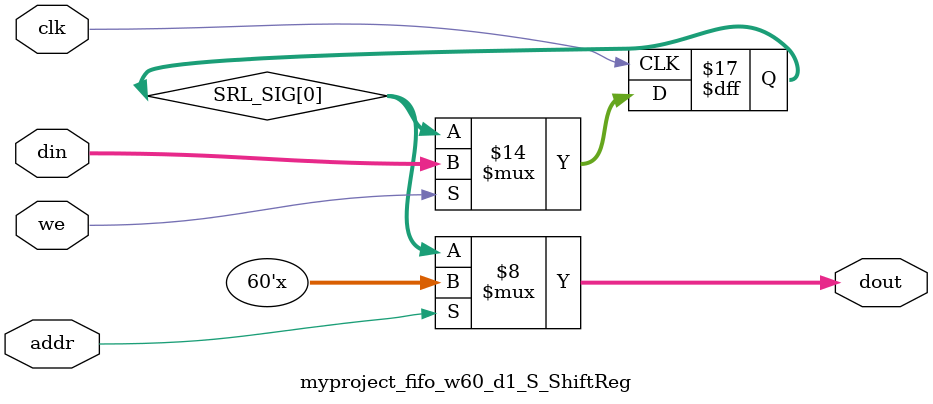
<source format=v>

`timescale 1ns/1ps

module myproject_fifo_w60_d1_S
#(parameter
    MEM_STYLE    = "shiftReg",
    DATA_WIDTH   = 60,
    ADDR_WIDTH   = 1,
    DEPTH        = 1)
(
    // system signal
    input  wire                  clk,
    input  wire                  reset,

    // write
    output wire                  if_full_n,
    input  wire                  if_write_ce,
    input  wire                  if_write,
    input  wire [DATA_WIDTH-1:0] if_din,
    
    // read 
    output wire [ADDR_WIDTH:0]   if_num_data_valid, // for FRP
    output wire [ADDR_WIDTH:0]   if_fifo_cap,       // for FRP

    output wire                  if_empty_n,
    input  wire                  if_read_ce,
    input  wire                  if_read,
    output wire [DATA_WIDTH-1:0] if_dout
);
//------------------------Parameter----------------------
localparam 
    SRL_DEPTH    = DEPTH,
    SRL_AWIDTH   = ADDR_WIDTH;
//------------------------Local signal-------------------
    reg  [SRL_AWIDTH-1:0] addr;
    wire                  push;
    wire                  pop;
    reg  [SRL_AWIDTH:0]   mOutPtr;
    reg                   empty_n = 1'b0;
    reg                   full_n = 1'b1; 

//------------------------Instantiation------------------
    myproject_fifo_w60_d1_S_ShiftReg 
    #(  .DATA_WIDTH (DATA_WIDTH),
        .ADDR_WIDTH (SRL_AWIDTH),
        .DEPTH      (SRL_DEPTH))
    U_myproject_fifo_w60_d1_S_ShiftReg (
        .clk        (clk),
        .we         (push),
        .addr       (addr),
        .din        (if_din),
        .dout       (if_dout)
    );
//------------------------Task and function--------------

//------------------------Body---------------------------
    // num_data_valid 
    assign if_num_data_valid = mOutPtr;
    assign if_fifo_cap       = DEPTH;

    // almost full/empty 

    // program full/empty 

    assign if_full_n  = full_n; 
    assign if_empty_n = empty_n;

    assign push       = full_n & if_write_ce & if_write;
    assign pop        = empty_n & if_read_ce & if_read;

    // addr
    always @(posedge clk) begin
        if (reset)
            addr <= {SRL_AWIDTH{1'b0}};
        else if (push & ~pop && empty_n)
            addr <= addr + 1'b1;
        else if (~push & pop && (mOutPtr != 1))
            addr <= addr - 1'b1;
    end

    // mOutPtr
    always @(posedge clk) begin
        if (reset)
            mOutPtr <= {SRL_AWIDTH+1{1'b0}};
        else if (push & ~pop)
            mOutPtr <= mOutPtr + 1'b1;
        else if (~push & pop)
            mOutPtr <= mOutPtr - 1'b1;
    end

    // full_n
    always @(posedge clk) begin
        if (reset)
            full_n <= 1'b1;
        else if ((push & ~pop) && (mOutPtr == DEPTH - 1))
            full_n <= 1'b0;
        else if (~push & pop)
            full_n <= 1'b1;
    end

    // empty_n
    always @(posedge clk) begin
        if (reset)
            empty_n <= 1'b0;
        else if (push & ~pop)
            empty_n <= 1'b1;
        else if ((~push & pop) && (mOutPtr == 1))
            empty_n <= 1'b0;
    end

    // almost_full_n 

    // almost_empty_n 

    // prog_full_n 
 
    // prog_empty_n 

endmodule  


module myproject_fifo_w60_d1_S_ShiftReg
#(parameter
    DATA_WIDTH  = 60,
    ADDR_WIDTH  = 1,
    DEPTH       = 1)
(
    input  wire                  clk,
    input  wire                  we,
    input  wire [ADDR_WIDTH-1:0] addr,
    input  wire [DATA_WIDTH-1:0] din,
    output wire [DATA_WIDTH-1:0] dout
);

    reg [DATA_WIDTH-1:0] SRL_SIG [0:DEPTH-1];
    integer i;

    always @(posedge clk) begin
        if (we) begin
            for (i=0; i<DEPTH-1; i=i+1)
                SRL_SIG[i+1] <= SRL_SIG[i];
            SRL_SIG[0] <= din;
        end
    end

    assign dout = SRL_SIG[addr];

endmodule
</source>
